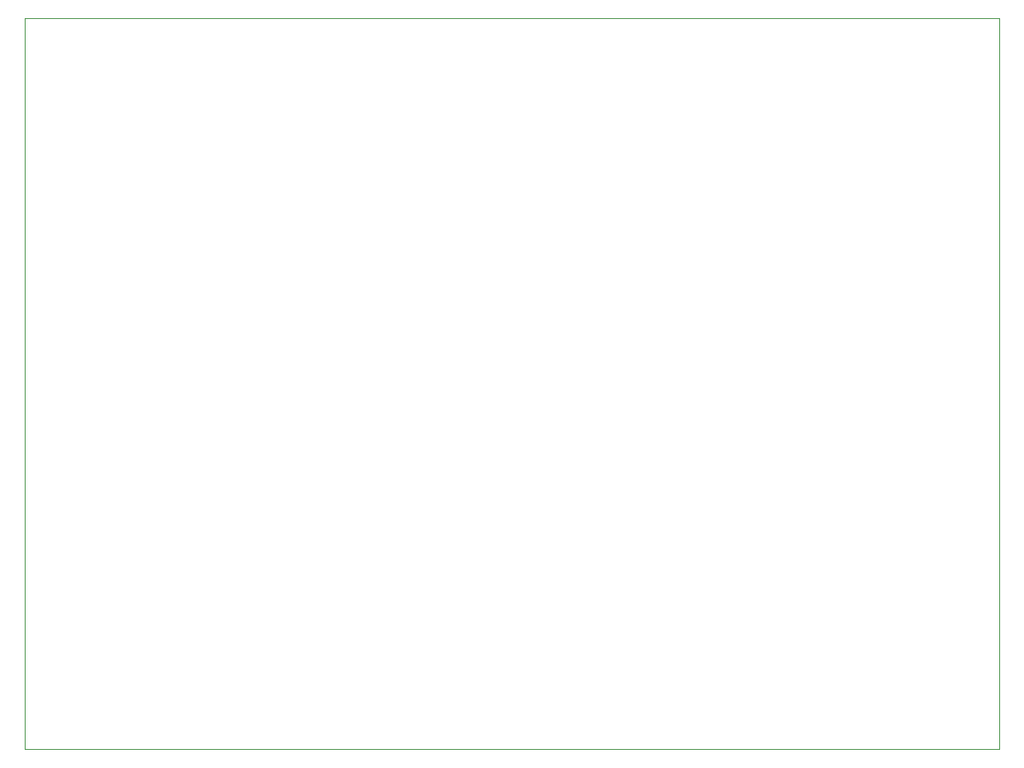
<source format=gbr>
%TF.GenerationSoftware,KiCad,Pcbnew,(6.0.0)*%
%TF.CreationDate,2022-10-26T23:27:14+03:00*%
%TF.ProjectId,CCC_ESC,4343435f-4553-4432-9e6b-696361645f70,rev?*%
%TF.SameCoordinates,Original*%
%TF.FileFunction,Profile,NP*%
%FSLAX46Y46*%
G04 Gerber Fmt 4.6, Leading zero omitted, Abs format (unit mm)*
G04 Created by KiCad (PCBNEW (6.0.0)) date 2022-10-26 23:27:14*
%MOMM*%
%LPD*%
G01*
G04 APERTURE LIST*
%TA.AperFunction,Profile*%
%ADD10C,0.100000*%
%TD*%
G04 APERTURE END LIST*
D10*
X50000000Y-47000000D02*
X150000000Y-47000000D01*
X150000000Y-47000000D02*
X150000000Y-122000000D01*
X150000000Y-122000000D02*
X50000000Y-122000000D01*
X50000000Y-122000000D02*
X50000000Y-47000000D01*
M02*

</source>
